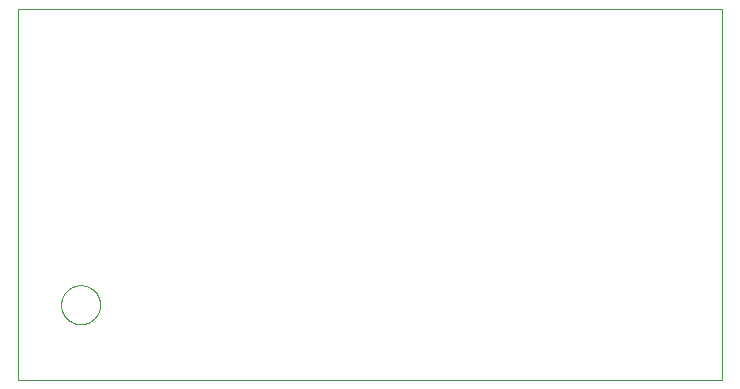
<source format=gtp>
G04 EAGLE Gerber RS-274X export*
G75*
%MOMM*%
%FSLAX34Y34*%
%LPD*%
%INLötstopmaske Lötseite*%
%IPPOS*%
%AMOC8*
5,1,8,0,0,1.08239X$1,22.5*%
G01*
%ADD10C,0.000000*%


D10*
X0Y698500D02*
X596700Y698500D01*
X596700Y1012700D01*
X0Y1012700D01*
X0Y698500D01*
X36830Y762000D02*
X36835Y762405D01*
X36850Y762810D01*
X36875Y763215D01*
X36910Y763618D01*
X36954Y764021D01*
X37009Y764423D01*
X37073Y764823D01*
X37147Y765221D01*
X37231Y765617D01*
X37325Y766012D01*
X37428Y766403D01*
X37541Y766793D01*
X37663Y767179D01*
X37795Y767562D01*
X37936Y767942D01*
X38087Y768318D01*
X38246Y768691D01*
X38415Y769059D01*
X38593Y769423D01*
X38779Y769783D01*
X38975Y770138D01*
X39179Y770488D01*
X39391Y770833D01*
X39612Y771172D01*
X39842Y771507D01*
X40079Y771835D01*
X40324Y772157D01*
X40578Y772474D01*
X40838Y772784D01*
X41107Y773087D01*
X41383Y773384D01*
X41666Y773674D01*
X41956Y773957D01*
X42253Y774233D01*
X42556Y774502D01*
X42866Y774762D01*
X43183Y775016D01*
X43505Y775261D01*
X43833Y775498D01*
X44168Y775728D01*
X44507Y775949D01*
X44852Y776161D01*
X45202Y776365D01*
X45557Y776561D01*
X45917Y776747D01*
X46281Y776925D01*
X46649Y777094D01*
X47022Y777253D01*
X47398Y777404D01*
X47778Y777545D01*
X48161Y777677D01*
X48547Y777799D01*
X48937Y777912D01*
X49328Y778015D01*
X49723Y778109D01*
X50119Y778193D01*
X50517Y778267D01*
X50917Y778331D01*
X51319Y778386D01*
X51722Y778430D01*
X52125Y778465D01*
X52530Y778490D01*
X52935Y778505D01*
X53340Y778510D01*
X53745Y778505D01*
X54150Y778490D01*
X54555Y778465D01*
X54958Y778430D01*
X55361Y778386D01*
X55763Y778331D01*
X56163Y778267D01*
X56561Y778193D01*
X56957Y778109D01*
X57352Y778015D01*
X57743Y777912D01*
X58133Y777799D01*
X58519Y777677D01*
X58902Y777545D01*
X59282Y777404D01*
X59658Y777253D01*
X60031Y777094D01*
X60399Y776925D01*
X60763Y776747D01*
X61123Y776561D01*
X61478Y776365D01*
X61828Y776161D01*
X62173Y775949D01*
X62512Y775728D01*
X62847Y775498D01*
X63175Y775261D01*
X63497Y775016D01*
X63814Y774762D01*
X64124Y774502D01*
X64427Y774233D01*
X64724Y773957D01*
X65014Y773674D01*
X65297Y773384D01*
X65573Y773087D01*
X65842Y772784D01*
X66102Y772474D01*
X66356Y772157D01*
X66601Y771835D01*
X66838Y771507D01*
X67068Y771172D01*
X67289Y770833D01*
X67501Y770488D01*
X67705Y770138D01*
X67901Y769783D01*
X68087Y769423D01*
X68265Y769059D01*
X68434Y768691D01*
X68593Y768318D01*
X68744Y767942D01*
X68885Y767562D01*
X69017Y767179D01*
X69139Y766793D01*
X69252Y766403D01*
X69355Y766012D01*
X69449Y765617D01*
X69533Y765221D01*
X69607Y764823D01*
X69671Y764423D01*
X69726Y764021D01*
X69770Y763618D01*
X69805Y763215D01*
X69830Y762810D01*
X69845Y762405D01*
X69850Y762000D01*
X69845Y761595D01*
X69830Y761190D01*
X69805Y760785D01*
X69770Y760382D01*
X69726Y759979D01*
X69671Y759577D01*
X69607Y759177D01*
X69533Y758779D01*
X69449Y758383D01*
X69355Y757988D01*
X69252Y757597D01*
X69139Y757207D01*
X69017Y756821D01*
X68885Y756438D01*
X68744Y756058D01*
X68593Y755682D01*
X68434Y755309D01*
X68265Y754941D01*
X68087Y754577D01*
X67901Y754217D01*
X67705Y753862D01*
X67501Y753512D01*
X67289Y753167D01*
X67068Y752828D01*
X66838Y752493D01*
X66601Y752165D01*
X66356Y751843D01*
X66102Y751526D01*
X65842Y751216D01*
X65573Y750913D01*
X65297Y750616D01*
X65014Y750326D01*
X64724Y750043D01*
X64427Y749767D01*
X64124Y749498D01*
X63814Y749238D01*
X63497Y748984D01*
X63175Y748739D01*
X62847Y748502D01*
X62512Y748272D01*
X62173Y748051D01*
X61828Y747839D01*
X61478Y747635D01*
X61123Y747439D01*
X60763Y747253D01*
X60399Y747075D01*
X60031Y746906D01*
X59658Y746747D01*
X59282Y746596D01*
X58902Y746455D01*
X58519Y746323D01*
X58133Y746201D01*
X57743Y746088D01*
X57352Y745985D01*
X56957Y745891D01*
X56561Y745807D01*
X56163Y745733D01*
X55763Y745669D01*
X55361Y745614D01*
X54958Y745570D01*
X54555Y745535D01*
X54150Y745510D01*
X53745Y745495D01*
X53340Y745490D01*
X52935Y745495D01*
X52530Y745510D01*
X52125Y745535D01*
X51722Y745570D01*
X51319Y745614D01*
X50917Y745669D01*
X50517Y745733D01*
X50119Y745807D01*
X49723Y745891D01*
X49328Y745985D01*
X48937Y746088D01*
X48547Y746201D01*
X48161Y746323D01*
X47778Y746455D01*
X47398Y746596D01*
X47022Y746747D01*
X46649Y746906D01*
X46281Y747075D01*
X45917Y747253D01*
X45557Y747439D01*
X45202Y747635D01*
X44852Y747839D01*
X44507Y748051D01*
X44168Y748272D01*
X43833Y748502D01*
X43505Y748739D01*
X43183Y748984D01*
X42866Y749238D01*
X42556Y749498D01*
X42253Y749767D01*
X41956Y750043D01*
X41666Y750326D01*
X41383Y750616D01*
X41107Y750913D01*
X40838Y751216D01*
X40578Y751526D01*
X40324Y751843D01*
X40079Y752165D01*
X39842Y752493D01*
X39612Y752828D01*
X39391Y753167D01*
X39179Y753512D01*
X38975Y753862D01*
X38779Y754217D01*
X38593Y754577D01*
X38415Y754941D01*
X38246Y755309D01*
X38087Y755682D01*
X37936Y756058D01*
X37795Y756438D01*
X37663Y756821D01*
X37541Y757207D01*
X37428Y757597D01*
X37325Y757988D01*
X37231Y758383D01*
X37147Y758779D01*
X37073Y759177D01*
X37009Y759577D01*
X36954Y759979D01*
X36910Y760382D01*
X36875Y760785D01*
X36850Y761190D01*
X36835Y761595D01*
X36830Y762000D01*
M02*

</source>
